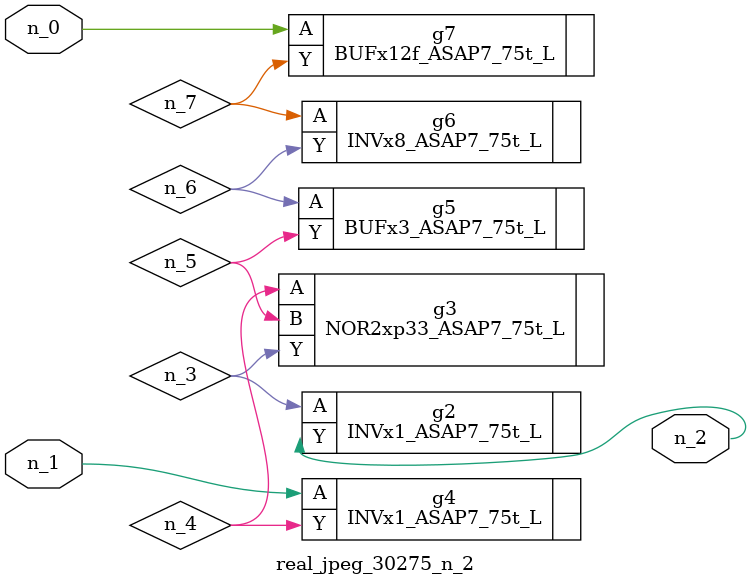
<source format=v>
module real_jpeg_30275_n_2 (n_1, n_0, n_2);

input n_1;
input n_0;

output n_2;

wire n_5;
wire n_4;
wire n_6;
wire n_7;
wire n_3;

BUFx12f_ASAP7_75t_L g7 ( 
.A(n_0),
.Y(n_7)
);

INVx1_ASAP7_75t_L g4 ( 
.A(n_1),
.Y(n_4)
);

INVx1_ASAP7_75t_L g2 ( 
.A(n_3),
.Y(n_2)
);

NOR2xp33_ASAP7_75t_L g3 ( 
.A(n_4),
.B(n_5),
.Y(n_3)
);

BUFx3_ASAP7_75t_L g5 ( 
.A(n_6),
.Y(n_5)
);

INVx8_ASAP7_75t_L g6 ( 
.A(n_7),
.Y(n_6)
);


endmodule
</source>
